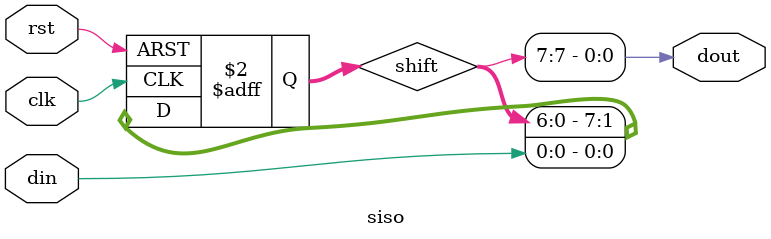
<source format=v>
module siso(input clk, input rst, input din, output dout);
    reg [7:0] shift;
    always @(posedge clk or posedge rst)
        if (rst) shift <= 8'b0;
        else shift <= {shift[6:0], din};
    assign dout = shift[7];
endmodule

</source>
